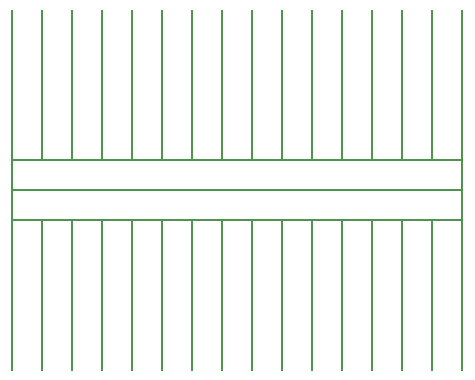
<source format=gbr>
G04 #@! TF.GenerationSoftware,KiCad,Pcbnew,(5.0.0)*
G04 #@! TF.CreationDate,2018-10-10T12:57:49-06:00*
G04 #@! TF.ProjectId,AltoidsSmallsPCB,416C746F696473536D616C6C73504342,rev?*
G04 #@! TF.SameCoordinates,Original*
G04 #@! TF.FileFunction,Legend,Bot*
G04 #@! TF.FilePolarity,Positive*
%FSLAX46Y46*%
G04 Gerber Fmt 4.6, Leading zero omitted, Abs format (unit mm)*
G04 Created by KiCad (PCBNEW (5.0.0)) date 10/10/18 12:57:49*
%MOMM*%
%LPD*%
G01*
G04 APERTURE LIST*
%ADD10C,0.200000*%
G04 APERTURE END LIST*
D10*
X152400000Y-82550000D02*
X152400000Y-95250000D01*
X149860000Y-82550000D02*
X149860000Y-95250000D01*
X147320000Y-82550000D02*
X147320000Y-95250000D01*
X144780000Y-82550000D02*
X144780000Y-95250000D01*
X142240000Y-82550000D02*
X142240000Y-95250000D01*
X139700000Y-82550000D02*
X139700000Y-95250000D01*
X137160000Y-82550000D02*
X137160000Y-95250000D01*
X134620000Y-82550000D02*
X134620000Y-95250000D01*
X132080000Y-82550000D02*
X132080000Y-95250000D01*
X129540000Y-82550000D02*
X129540000Y-95250000D01*
X127000000Y-82550000D02*
X127000000Y-95250000D01*
X124460000Y-82550000D02*
X124460000Y-95250000D01*
X121920000Y-82550000D02*
X121920000Y-95250000D01*
X119380000Y-82550000D02*
X119380000Y-95250000D01*
X116840000Y-82550000D02*
X116840000Y-95250000D01*
X114300000Y-82550000D02*
X114300000Y-95250000D01*
X152400000Y-77470000D02*
X152400000Y-64770000D01*
X149860000Y-77470000D02*
X149860000Y-64770000D01*
X147320000Y-77470000D02*
X147320000Y-64770000D01*
X144780000Y-77470000D02*
X144780000Y-64770000D01*
X142240000Y-77470000D02*
X142240000Y-64770000D01*
X139700000Y-77470000D02*
X139700000Y-64770000D01*
X137160000Y-77470000D02*
X137160000Y-64770000D01*
X134620000Y-77470000D02*
X134620000Y-64770000D01*
X132080000Y-77470000D02*
X132080000Y-64770000D01*
X129540000Y-77470000D02*
X129540000Y-64770000D01*
X127000000Y-77470000D02*
X127000000Y-64770000D01*
X124460000Y-77470000D02*
X124460000Y-64770000D01*
X121920000Y-77470000D02*
X121920000Y-64770000D01*
X119380000Y-77470000D02*
X119380000Y-64770000D01*
X114300000Y-77470000D02*
X114300000Y-64770000D01*
X116840000Y-64770000D02*
X116840000Y-77470000D01*
X152400000Y-82550000D02*
X152400000Y-80010000D01*
X114300000Y-82550000D02*
X152400000Y-82550000D01*
X114300000Y-80010000D02*
X114300000Y-82550000D01*
X114300000Y-77470000D02*
X114300000Y-80010000D01*
X152400000Y-77470000D02*
X114300000Y-77470000D01*
X152400000Y-80010000D02*
X152400000Y-77470000D01*
X114300000Y-80010000D02*
X152400000Y-80010000D01*
M02*

</source>
